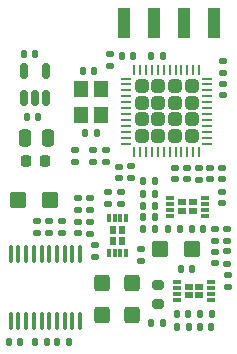
<source format=gbr>
%TF.GenerationSoftware,KiCad,Pcbnew,8.0.0*%
%TF.CreationDate,2024-02-29T09:48:21+03:00*%
%TF.ProjectId,micro17,6d696372-6f31-4372-9e6b-696361645f70,rev?*%
%TF.SameCoordinates,Original*%
%TF.FileFunction,Paste,Top*%
%TF.FilePolarity,Positive*%
%FSLAX46Y46*%
G04 Gerber Fmt 4.6, Leading zero omitted, Abs format (unit mm)*
G04 Created by KiCad (PCBNEW 8.0.0) date 2024-02-29 09:48:21*
%MOMM*%
%LPD*%
G01*
G04 APERTURE LIST*
G04 Aperture macros list*
%AMRoundRect*
0 Rectangle with rounded corners*
0 $1 Rounding radius*
0 $2 $3 $4 $5 $6 $7 $8 $9 X,Y pos of 4 corners*
0 Add a 4 corners polygon primitive as box body*
4,1,4,$2,$3,$4,$5,$6,$7,$8,$9,$2,$3,0*
0 Add four circle primitives for the rounded corners*
1,1,$1+$1,$2,$3*
1,1,$1+$1,$4,$5*
1,1,$1+$1,$6,$7*
1,1,$1+$1,$8,$9*
0 Add four rect primitives between the rounded corners*
20,1,$1+$1,$2,$3,$4,$5,0*
20,1,$1+$1,$4,$5,$6,$7,0*
20,1,$1+$1,$6,$7,$8,$9,0*
20,1,$1+$1,$8,$9,$2,$3,0*%
G04 Aperture macros list end*
%ADD10RoundRect,0.250000X-0.315000X-0.315000X0.315000X-0.315000X0.315000X0.315000X-0.315000X0.315000X0*%
%ADD11RoundRect,0.062500X-0.375000X-0.062500X0.375000X-0.062500X0.375000X0.062500X-0.375000X0.062500X0*%
%ADD12RoundRect,0.062500X-0.062500X-0.375000X0.062500X-0.375000X0.062500X0.375000X-0.062500X0.375000X0*%
%ADD13R,0.710000X0.580000*%
%ADD14R,0.750000X0.300000*%
%ADD15R,0.580000X0.710000*%
%ADD16R,0.300000X0.750000*%
%ADD17RoundRect,0.100000X-0.100000X0.637500X-0.100000X-0.637500X0.100000X-0.637500X0.100000X0.637500X0*%
%ADD18RoundRect,0.135000X-0.185000X0.135000X-0.185000X-0.135000X0.185000X-0.135000X0.185000X0.135000X0*%
%ADD19RoundRect,0.140000X-0.140000X-0.170000X0.140000X-0.170000X0.140000X0.170000X-0.140000X0.170000X0*%
%ADD20RoundRect,0.140000X0.140000X0.170000X-0.140000X0.170000X-0.140000X-0.170000X0.140000X-0.170000X0*%
%ADD21RoundRect,0.250000X-0.450000X-0.425000X0.450000X-0.425000X0.450000X0.425000X-0.450000X0.425000X0*%
%ADD22RoundRect,0.140000X0.170000X-0.140000X0.170000X0.140000X-0.170000X0.140000X-0.170000X-0.140000X0*%
%ADD23RoundRect,0.135000X-0.135000X-0.185000X0.135000X-0.185000X0.135000X0.185000X-0.135000X0.185000X0*%
%ADD24RoundRect,0.150000X0.150000X-0.512500X0.150000X0.512500X-0.150000X0.512500X-0.150000X-0.512500X0*%
%ADD25RoundRect,0.135000X0.185000X-0.135000X0.185000X0.135000X-0.185000X0.135000X-0.185000X-0.135000X0*%
%ADD26RoundRect,0.135000X0.135000X0.185000X-0.135000X0.185000X-0.135000X-0.185000X0.135000X-0.185000X0*%
%ADD27RoundRect,0.140000X-0.170000X0.140000X-0.170000X-0.140000X0.170000X-0.140000X0.170000X0.140000X0*%
%ADD28RoundRect,0.250000X-0.425000X0.450000X-0.425000X-0.450000X0.425000X-0.450000X0.425000X0.450000X0*%
%ADD29RoundRect,0.200000X0.275000X-0.200000X0.275000X0.200000X-0.275000X0.200000X-0.275000X-0.200000X0*%
%ADD30RoundRect,0.250000X0.450000X0.425000X-0.450000X0.425000X-0.450000X-0.425000X0.450000X-0.425000X0*%
%ADD31R,1.000000X2.500000*%
%ADD32RoundRect,0.250000X-0.250000X-0.475000X0.250000X-0.475000X0.250000X0.475000X-0.250000X0.475000X0*%
%ADD33RoundRect,0.225000X-0.225000X-0.250000X0.225000X-0.250000X0.225000X0.250000X-0.225000X0.250000X0*%
%ADD34R,1.200000X1.400000*%
G04 APERTURE END LIST*
D10*
%TO.C,U1*%
X192000000Y-57400000D03*
X192000000Y-58800000D03*
X192000000Y-60200000D03*
X192000000Y-61600000D03*
X193400000Y-57400000D03*
X193400000Y-58800000D03*
X193400000Y-60200000D03*
X193400000Y-61600000D03*
X194800000Y-57400000D03*
X194800000Y-58800000D03*
X194800000Y-60200000D03*
X194800000Y-61600000D03*
X196200000Y-57400000D03*
X196200000Y-58800000D03*
X196200000Y-60200000D03*
X196200000Y-61600000D03*
D11*
X190662500Y-56750000D03*
X190662500Y-57250000D03*
X190662500Y-57750000D03*
X190662500Y-58250000D03*
X190662500Y-58750000D03*
X190662500Y-59250000D03*
X190662500Y-59750000D03*
X190662500Y-60250000D03*
X190662500Y-60750000D03*
X190662500Y-61250000D03*
X190662500Y-61750000D03*
X190662500Y-62250000D03*
D12*
X191350000Y-62937500D03*
X191850000Y-62937500D03*
X192350000Y-62937500D03*
X192850000Y-62937500D03*
X193350000Y-62937500D03*
X193850000Y-62937500D03*
X194350000Y-62937500D03*
X194850000Y-62937500D03*
X195350000Y-62937500D03*
X195850000Y-62937500D03*
X196350000Y-62937500D03*
X196850000Y-62937500D03*
D11*
X197537500Y-62250000D03*
X197537500Y-61750000D03*
X197537500Y-61250000D03*
X197537500Y-60750000D03*
X197537500Y-60250000D03*
X197537500Y-59750000D03*
X197537500Y-59250000D03*
X197537500Y-58750000D03*
X197537500Y-58250000D03*
X197537500Y-57750000D03*
X197537500Y-57250000D03*
X197537500Y-56750000D03*
D12*
X196850000Y-56062500D03*
X196350000Y-56062500D03*
X195850000Y-56062500D03*
X195350000Y-56062500D03*
X194850000Y-56062500D03*
X194350000Y-56062500D03*
X193850000Y-56062500D03*
X193350000Y-56062500D03*
X192850000Y-56062500D03*
X192350000Y-56062500D03*
X191850000Y-56062500D03*
X191350000Y-56062500D03*
%TD*%
D13*
%TO.C,U7*%
X196837500Y-75112500D03*
X196837500Y-74387500D03*
X195962500Y-75112500D03*
X195962500Y-74387500D03*
D14*
X197850000Y-75500000D03*
X197850000Y-75000000D03*
X197850000Y-74500000D03*
X197850000Y-74000000D03*
X194950000Y-74000000D03*
X194950000Y-74500000D03*
X194950000Y-75000000D03*
X194950000Y-75500000D03*
%TD*%
D15*
%TO.C,U4*%
X189575000Y-70475000D03*
X190300000Y-70475000D03*
X189575000Y-69600000D03*
X190300000Y-69600000D03*
D16*
X189187500Y-71487500D03*
X189687500Y-71487500D03*
X190187500Y-71487500D03*
X190687500Y-71487500D03*
X190687500Y-68587500D03*
X190187500Y-68587500D03*
X189687500Y-68587500D03*
X189187500Y-68587500D03*
%TD*%
D17*
%TO.C,U5*%
X186750000Y-71575000D03*
X186100000Y-71575000D03*
X185450000Y-71575000D03*
X184800000Y-71575000D03*
X184150000Y-71575000D03*
X183500000Y-71575000D03*
X182850000Y-71575000D03*
X182200000Y-71575000D03*
X181550000Y-71575000D03*
X180900000Y-71575000D03*
X180900000Y-77300000D03*
X181550000Y-77300000D03*
X182200000Y-77300000D03*
X182850000Y-77300000D03*
X183500000Y-77300000D03*
X184150000Y-77300000D03*
X184800000Y-77300000D03*
X185450000Y-77300000D03*
X186100000Y-77300000D03*
X186750000Y-77300000D03*
%TD*%
D13*
%TO.C,U6*%
X195412500Y-67237500D03*
X195412500Y-67962500D03*
X196287500Y-67237500D03*
X196287500Y-67962500D03*
D14*
X194400000Y-66850000D03*
X194400000Y-67350000D03*
X194400000Y-67850000D03*
X194400000Y-68350000D03*
X197300000Y-68350000D03*
X197300000Y-67850000D03*
X197300000Y-67350000D03*
X197300000Y-66850000D03*
%TD*%
D18*
%TO.C,R13*%
X187600000Y-68865000D03*
X187600000Y-69885000D03*
%TD*%
D19*
%TO.C,C19*%
X192107500Y-66500000D03*
X193067500Y-66500000D03*
%TD*%
D20*
%TO.C,C31*%
X193750000Y-77421250D03*
X192790000Y-77421250D03*
%TD*%
D21*
%TO.C,C28*%
X193550000Y-71200000D03*
X196250000Y-71200000D03*
%TD*%
D22*
%TO.C,C20*%
X199200000Y-70480000D03*
X199200000Y-69520000D03*
%TD*%
D18*
%TO.C,R1*%
X187900000Y-62790000D03*
X187900000Y-63810000D03*
%TD*%
D23*
%TO.C,R10*%
X192077500Y-67500000D03*
X193097500Y-67500000D03*
%TD*%
D24*
%TO.C,U2*%
X182000000Y-58412499D03*
X182950000Y-58412499D03*
X183900000Y-58412499D03*
X183900000Y-56137499D03*
X182000000Y-56137499D03*
%TD*%
D25*
%TO.C,R5*%
X196800000Y-65310000D03*
X196800000Y-64290000D03*
%TD*%
D23*
%TO.C,R20*%
X192090000Y-69500000D03*
X193110000Y-69500000D03*
%TD*%
D26*
%TO.C,R16*%
X183935000Y-79037500D03*
X182915000Y-79037500D03*
%TD*%
D25*
%TO.C,R9*%
X199200000Y-72410000D03*
X199200000Y-71390000D03*
%TD*%
D18*
%TO.C,R4*%
X189300000Y-54690000D03*
X189300000Y-55710000D03*
%TD*%
D20*
%TO.C,C17*%
X193080000Y-68500000D03*
X192120000Y-68500000D03*
%TD*%
D27*
%TO.C,C7*%
X197800000Y-64320000D03*
X197800000Y-65280000D03*
%TD*%
D28*
%TO.C,C34*%
X191200000Y-74050000D03*
X191200000Y-76750000D03*
%TD*%
D19*
%TO.C,C13*%
X182280000Y-60012499D03*
X183240000Y-60012499D03*
%TD*%
D23*
%TO.C,R21*%
X194190000Y-69500000D03*
X195210000Y-69500000D03*
%TD*%
D22*
%TO.C,C24*%
X186600000Y-69845000D03*
X186600000Y-68885000D03*
%TD*%
D29*
%TO.C,R24*%
X193370000Y-75846250D03*
X193370000Y-74196250D03*
%TD*%
D18*
%TO.C,R14*%
X188000000Y-70865000D03*
X188000000Y-71885000D03*
%TD*%
D23*
%TO.C,R8*%
X192090000Y-65400000D03*
X193110000Y-65400000D03*
%TD*%
D26*
%TO.C,R3*%
X193810000Y-54800000D03*
X192790000Y-54800000D03*
%TD*%
D25*
%TO.C,R11*%
X198200000Y-70510000D03*
X198200000Y-69490000D03*
%TD*%
D30*
%TO.C,C26*%
X184250000Y-67000000D03*
X181550000Y-67000000D03*
%TD*%
D28*
%TO.C,C27*%
X188600000Y-74050000D03*
X188600000Y-76750000D03*
%TD*%
D19*
%TO.C,C32*%
X195320000Y-72900000D03*
X196280000Y-72900000D03*
%TD*%
D22*
%TO.C,C23*%
X186300000Y-63780000D03*
X186300000Y-62820000D03*
%TD*%
%TO.C,C30*%
X198800000Y-67280000D03*
X198800000Y-66320000D03*
%TD*%
D25*
%TO.C,R17*%
X191900000Y-72210000D03*
X191900000Y-71190000D03*
%TD*%
D26*
%TO.C,R22*%
X197910000Y-76712500D03*
X196890000Y-76712500D03*
%TD*%
D31*
%TO.C,J1*%
X190445000Y-52072500D03*
X192985000Y-52072500D03*
X195525000Y-52072500D03*
X198065000Y-52072500D03*
%TD*%
D22*
%TO.C,C3*%
X198850000Y-56242500D03*
X198850000Y-55282500D03*
%TD*%
D19*
%TO.C,C29*%
X196920000Y-77812500D03*
X197880000Y-77812500D03*
%TD*%
D20*
%TO.C,C2*%
X188180000Y-61400000D03*
X187220000Y-61400000D03*
%TD*%
D27*
%TO.C,C6*%
X198850000Y-58142500D03*
X198850000Y-57182500D03*
%TD*%
D32*
%TO.C,C10*%
X182140000Y-61750000D03*
X184040000Y-61750000D03*
%TD*%
D20*
%TO.C,C18*%
X197180000Y-69500000D03*
X196220000Y-69500000D03*
%TD*%
D26*
%TO.C,R23*%
X194990000Y-77800000D03*
X196010000Y-77800000D03*
%TD*%
D27*
%TO.C,C8*%
X194810000Y-64300000D03*
X194810000Y-65260000D03*
%TD*%
D22*
%TO.C,C16*%
X190200000Y-67355000D03*
X190200000Y-66395000D03*
%TD*%
D27*
%TO.C,C21*%
X186600000Y-66885000D03*
X186600000Y-67845000D03*
%TD*%
D22*
%TO.C,C9*%
X195800000Y-65260000D03*
X195800000Y-64300000D03*
%TD*%
%TO.C,C14*%
X190100000Y-65180000D03*
X190100000Y-64220000D03*
%TD*%
D20*
%TO.C,C22*%
X181705000Y-79037500D03*
X180745000Y-79037500D03*
%TD*%
D18*
%TO.C,R12*%
X187600000Y-66865000D03*
X187600000Y-67885000D03*
%TD*%
D33*
%TO.C,FB1*%
X182225000Y-63750000D03*
X183775000Y-63750000D03*
%TD*%
D22*
%TO.C,C35*%
X189100000Y-67355000D03*
X189100000Y-66395000D03*
%TD*%
D20*
%TO.C,C4*%
X191280000Y-54800000D03*
X190320000Y-54800000D03*
%TD*%
D34*
%TO.C,Y1*%
X186850000Y-57650000D03*
X186850000Y-59850000D03*
X188550000Y-59850000D03*
X188550000Y-57650000D03*
%TD*%
D25*
%TO.C,R15*%
X185200000Y-69847500D03*
X185200000Y-68827500D03*
%TD*%
D18*
%TO.C,R19*%
X183125000Y-68827500D03*
X183125000Y-69847500D03*
%TD*%
%TO.C,R18*%
X184125000Y-68827500D03*
X184125000Y-69847500D03*
%TD*%
D27*
%TO.C,C5*%
X198800000Y-64320000D03*
X198800000Y-65280000D03*
%TD*%
D19*
%TO.C,C1*%
X187020000Y-56100000D03*
X187980000Y-56100000D03*
%TD*%
D25*
%TO.C,R2*%
X189000000Y-63810000D03*
X189000000Y-62790000D03*
%TD*%
D19*
%TO.C,C11*%
X182000000Y-54675499D03*
X182960000Y-54675499D03*
%TD*%
%TO.C,C33*%
X194970000Y-76712500D03*
X195930000Y-76712500D03*
%TD*%
D18*
%TO.C,R6*%
X191100000Y-64190000D03*
X191100000Y-65210000D03*
%TD*%
D22*
%TO.C,C15*%
X198200000Y-72380000D03*
X198200000Y-71420000D03*
%TD*%
D25*
%TO.C,R7*%
X199300000Y-74410000D03*
X199300000Y-73390000D03*
%TD*%
D19*
%TO.C,C25*%
X184845000Y-79037500D03*
X185805000Y-79037500D03*
%TD*%
M02*

</source>
